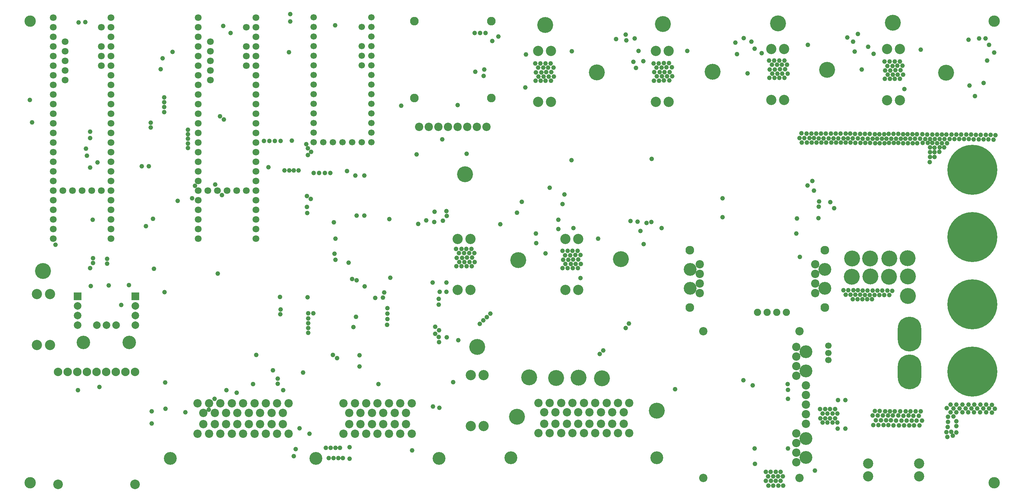
<source format=gbr>
%TF.GenerationSoftware,Novarm,DipTrace,3.3.1.1*%
%TF.CreationDate,2019-12-29T15:56:02+07:00*%
%FSLAX35Y35*%
%MOMM*%
%TF.FileFunction,Soldermask,Bot*%
%TF.Part,Single*%
%ADD22C,2.0*%
%ADD23C,3.0*%
%ADD45C,1.7*%
%ADD74C,3.4*%
%ADD75C,2.2*%
%ADD76C,2.3*%
%ADD77C,2.54*%
%ADD78C,3.556*%
%ADD79C,2.29*%
%ADD86C,2.24*%
%ADD89C,1.216*%
%ADD125C,1.7*%
%ADD130R,2.0X2.0*%
%ADD133C,1.9*%
%ADD134C,2.2*%
%ADD135C,1.8*%
%ADD136C,3.4*%
%ADD141C,0.8*%
%ADD143O,6.2X9.2*%
%ADD153C,2.7*%
%ADD156C,4.2*%
%ADD160C,13.2*%
G75*
G01*
%LPD*%
D89*
X24153703Y8879893D3*
X24157403Y9013430D3*
Y9138030D3*
X11397770Y7455843D3*
X10861013Y7340753D3*
X13384637Y7831907D3*
X13254657Y7538090D3*
X14350770Y7353350D3*
X14453697Y7767477D3*
X22255483Y12265937D3*
X22166450Y11797273D3*
X16328210Y11527537D3*
X16365077Y12145380D3*
X19441507Y12063637D3*
X19064473Y11728437D3*
X14741723Y7134233D3*
X15395203Y6852457D3*
X16252770Y7318577D3*
X16596690Y6708997D3*
X20932500Y11977917D3*
X22358563Y11326293D3*
X14706117Y11808020D3*
X16397803Y11365150D3*
X17754100Y11816880D3*
X19338103Y11221033D3*
X23913537Y11846623D3*
X25574217Y10968323D3*
X25667143Y11558853D3*
X25622180Y12149383D3*
X21875970Y5490407D3*
X22004050Y5487680D3*
X22132130D3*
X22255633Y5489533D3*
X22383713Y5486810D3*
X22511793D3*
X22640743Y5485940D3*
X22768823Y5483217D3*
X22896903D3*
X21931347Y5372353D3*
X22059427Y5369630D3*
X22187507D3*
X22311007Y5371483D3*
X22439087Y5368760D3*
X22567167D3*
X22696117Y5367887D3*
X22824197Y5365163D3*
X22952277D3*
X23032177Y5484197D3*
X23082100Y5363420D3*
X23159273Y5474280D3*
X25790237Y2260463D3*
X22117523Y5254307D3*
X22245603D3*
X22369103Y5256160D3*
X22497183Y5253437D3*
X22625263D3*
X25637537Y2264453D3*
X25481933Y2264093D3*
X22663110Y1927073D3*
X22793687D3*
X22931517Y1923447D3*
X23062093D3*
X23192670Y1919820D3*
X23334127D3*
X23475583Y1916193D3*
X23605800Y1920180D3*
X23736377Y1916553D3*
X23877833D3*
X25321977Y2264453D3*
X25169277Y2268443D3*
X25013673Y2268083D3*
X22731663Y2054383D3*
X22862240D3*
X23000070Y2050757D3*
X23130647D3*
X23261223Y2047130D3*
X23402680D3*
X23544137Y2043503D3*
X23674353Y2047490D3*
X23804930Y2043863D3*
X23946387D3*
X24853357Y2265180D3*
X24697753Y2264820D3*
X25873300Y2362387D3*
X22647877Y2185320D3*
X22778453D3*
X22916283Y2181693D3*
X23046860D3*
X23177437Y2178067D3*
X23318893D3*
X23460350Y2174440D3*
X23590567Y2178427D3*
X23721143Y2174800D3*
X23862600D3*
X25720600Y2366377D3*
X25564997Y2366017D3*
X25405040Y2366377D3*
X22701923Y2298123D3*
X22832500D3*
X22970330Y2294497D3*
X23100907D3*
X23231483Y2290870D3*
X23372940D3*
X23514397Y2287243D3*
X23644613Y2291230D3*
X23775190Y2287603D3*
X23916647D3*
X25252340Y2370367D3*
X25096737Y2370007D3*
X24936420Y2367100D3*
X24780817Y2366740D3*
X25793143Y2464307D3*
X25640443Y2468297D3*
X25484840Y2467937D3*
X25324883Y2468297D3*
X25172183Y2472287D3*
X25016580Y2471927D3*
X24856263Y2469020D3*
X24700660Y2468660D3*
X24773923Y2156003D3*
X24853360Y2033043D3*
X24602727Y2377980D3*
X24629560Y2148027D3*
Y2010197D3*
X24629200Y1874467D3*
X24850093Y1898480D3*
X24856207Y1732773D3*
X24719753Y1752230D3*
X24763650Y1644223D3*
X24619763Y1611250D3*
X24592787Y1740147D3*
X24158940Y9266953D3*
X20927287Y8257230D3*
X24274647Y9010163D3*
X24276810Y9136923D3*
X24278350Y9263060D3*
X24606987Y9379417D3*
X24401120Y9146780D3*
X24410350Y9267677D3*
X24471333Y9379417D3*
X24535863Y9267963D3*
X24347650Y9379417D3*
X24219973Y9383407D3*
X24096290D3*
X23964627D3*
X21091433Y8123430D3*
X21050170Y8380117D3*
X25890013Y9593690D3*
X25758350Y9597680D3*
X23823557Y9378670D3*
X23699873D3*
X23576187D3*
X23452503D3*
X23324827Y9382660D3*
X23201143D3*
X23077460D3*
X22957763Y9378670D3*
X22830090D3*
X22710393D3*
X22578730Y9382660D3*
X22451057D3*
X22319390Y9386650D3*
X22187727D3*
X22060053Y9390640D3*
X21936367D3*
X21804703D3*
X21677030D3*
X21549353D3*
X21413700D3*
X21290017D3*
X21162340Y9394630D3*
X21038657D3*
X20906993D3*
X20775327Y9398620D3*
X23757907Y9496187D3*
X23634223D3*
X23510537D3*
X23386853D3*
X23259177Y9500177D3*
X23135493D3*
X23011810D3*
X22892113Y9496187D3*
X22764440D3*
X22644743D3*
X22513080Y9500177D3*
X22385407D3*
X22253740Y9504167D3*
X22122077D3*
X21994403Y9508157D3*
X21870717D3*
X21739053D3*
X21611380D3*
X21483703D3*
X21348050D3*
X21224367D3*
X21096690Y9512147D3*
X20973007D3*
X20841343D3*
X20709677Y9516137D3*
X23815943Y9617693D3*
X23692260D3*
X23568573D3*
X23444890D3*
X23317213Y9621683D3*
X23193530D3*
X23069847D3*
X22950150Y9617693D3*
X22822477D3*
X22702780D3*
X22571117Y9621683D3*
X22443443D3*
X22311777Y9625673D3*
X22180113D3*
X22052440Y9629663D3*
X21928753D3*
X21797090D3*
X21669417D3*
X21541740D3*
X21406087D3*
X21282403D3*
X21154727Y9633653D3*
X21031043D3*
X20899380D3*
X20767713Y9637643D3*
X21229603Y7834090D3*
X20721103Y6376040D3*
X11033290Y2418677D3*
X11203473Y2388177D3*
X7778683Y1699210D3*
X7358773Y1109703D3*
X9595603Y3010503D3*
X4502947Y2264100D3*
X7410183Y1294110D3*
X25834640Y9474657D3*
X25702977Y9478647D3*
X25575303D3*
X25443637Y9482637D3*
X25311973D3*
X25184300Y9486627D3*
X25060613D3*
X24928950D3*
X24801277D3*
X24673600D3*
X24537947D3*
X24414263D3*
X24286587Y9490617D3*
X24162903D3*
X24031240D3*
X23899573Y9494607D3*
X25630677Y9597680D3*
X25499010Y9601670D3*
X25367347D3*
X25239673Y9605660D3*
X25115987D3*
X24984323D3*
X24856650D3*
X24728973D3*
X24593320D3*
X24469637D3*
X24341960Y9609650D3*
X24218277D3*
X24086613D3*
X23954947Y9613640D3*
X7509997Y1838603D3*
X10606347Y9081770D3*
X7266237Y12788060D3*
Y12594610D3*
X5500270Y12477847D3*
X5695980Y12289567D3*
X1680247Y12568853D3*
X1854277Y12574997D3*
X3614457Y2291997D3*
X3611490Y1965897D3*
X8832910Y1347157D3*
X8833797Y1038990D3*
X1876217Y9237453D3*
X1897783Y9044950D3*
X3949497Y5444617D3*
X13739920Y11484847D3*
X13876173D3*
X14006363Y11488437D3*
X14142617D3*
X13813130Y11372000D3*
X13949383D3*
X14079573Y11375590D3*
X14215827D3*
X13757517Y11251720D3*
X13893770D3*
X14023960Y11255310D3*
X14160213D3*
X13823293Y11138873D3*
X13959547D3*
X14089737Y11142463D3*
X14225990D3*
X13745383Y11026027D3*
X13881637D3*
X14011827Y11029617D3*
X14148080D3*
X16864050Y11489607D3*
X17000303D3*
X17130493Y11493197D3*
X17266747D3*
X16937260Y11376760D3*
X17073513D3*
X17203703Y11380350D3*
X17339957D3*
X16881647Y11256480D3*
X17017900D3*
X17148090Y11260070D3*
X17284343D3*
X16947423Y11143633D3*
X17083677D3*
X17213867Y11147223D3*
X17350120D3*
X16869513Y11030787D3*
X17005767D3*
X17135957Y11034377D3*
X17272210D3*
X19910357Y11560897D3*
X20046610D3*
X20176800Y11564487D3*
X20313053D3*
X19983567Y11448050D3*
X20119820D3*
X20250010Y11451640D3*
X20386263D3*
X19927953Y11327770D3*
X20064207D3*
X20194397Y11331360D3*
X20330650D3*
X19993730Y11214923D3*
X20129983D3*
X20260173Y11218513D3*
X20396427D3*
X19915820Y11102077D3*
X20052073D3*
X20182263Y11105667D3*
X20318517D3*
X22958170Y11535147D3*
X23094423D3*
X23224613Y11538737D3*
X23360867D3*
X23031380Y11422300D3*
X23167633D3*
X23297823Y11425890D3*
X23434077D3*
X22975767Y11302020D3*
X23112020D3*
X23242210Y11305610D3*
X23378463D3*
X23041543Y11189173D3*
X23177797D3*
X23307987Y11192763D3*
X23444240D3*
X22963633Y11076327D3*
X23099887D3*
X23230077Y11079917D3*
X23366330D3*
X11649277Y6583160D3*
X11785530D3*
X11915720Y6586750D3*
X12051973D3*
X11722487Y6470313D3*
X11858740D3*
X11988930Y6473903D3*
X12125183D3*
X11666873Y6350033D3*
X11803127D3*
X11933317Y6353623D3*
X12069570D3*
X11732650Y6237187D3*
X11868903D3*
X11999093Y6240777D3*
X12135347D3*
X11654740Y6124340D3*
X11790993D3*
X11921183Y6127930D3*
X12057437D3*
X14453470Y6530997D3*
X14589723D3*
X14719913Y6534587D3*
X14856167D3*
X14526680Y6418150D3*
X14662933D3*
X14793123Y6421740D3*
X14929377D3*
X14471067Y6297870D3*
X14607320D3*
X14737510Y6301460D3*
X14873763D3*
X14536843Y6185023D3*
X14673097D3*
X14803287Y6188613D3*
X14939540D3*
X14458933Y6072177D3*
X14595187D3*
X14725377Y6075767D3*
X14861630D3*
X6283850Y3011097D3*
X6810727Y3374307D3*
X450617Y9928957D3*
X396690Y10520340D3*
X6369197Y3778753D3*
X5584010Y2848143D3*
X5851070Y2780013D3*
X2231067Y2933283D3*
X1665607Y2849750D3*
X5121747Y2330853D3*
X5268613Y2622750D3*
X2004130Y5603017D3*
X1982530Y6080063D3*
X3977103Y2360767D3*
X3970033Y3053453D3*
X2809960Y5103930D3*
X8285750Y1058367D3*
X8409070D3*
X8536020D3*
X8659343D3*
X8210680Y1325410D3*
X8334000D3*
X8460950D3*
X8584273D3*
X7112760Y8662220D3*
X7240897Y8661117D3*
X7363800Y8657393D3*
X7486993Y8658907D3*
X1067327Y6695830D3*
X2056540Y7357760D3*
X7610073Y3316677D3*
X8768440Y8638557D3*
X7081540Y2852520D3*
X3667903Y6060693D3*
X3455370Y7184990D3*
X8504363Y3694933D3*
X8392690Y3778867D3*
X3848420Y11329880D3*
X6939917Y3022920D3*
X6937163Y3157073D3*
X3007207Y5629093D3*
X2476627Y5622200D3*
X9098577Y3480143D3*
X9097337Y3771277D3*
X7741013Y4365220D3*
Y4495567D3*
Y4622650D3*
Y4749523D3*
X11194467Y4119917D3*
X11706920Y4167580D3*
X2060607Y6336243D3*
Y6207350D3*
X3941947Y10586193D3*
Y10463307D3*
Y10331643D3*
Y10199980D3*
X2438167Y6322483D3*
Y6196587D3*
X7007517Y4859670D3*
X7010900Y4982567D3*
X7745673Y4878497D3*
X7879810Y4878133D3*
X11192793Y4251453D3*
X11396590Y4251340D3*
X3895940Y11621837D3*
X8940393Y4519297D3*
X11092027Y4340143D3*
X11566840Y3063523D3*
X4566927Y9736687D3*
Y9611280D3*
Y9492580D3*
X4566563Y9368563D3*
Y9247020D3*
X1988883Y9684463D3*
Y9512907D3*
X3584757Y9923843D3*
Y9792187D3*
X1986440Y8736090D3*
X2182057Y8867500D3*
X3348087Y8768583D3*
X3530937Y8765583D3*
X4294930Y7853943D3*
X3643717Y7381343D3*
X4158833Y11791343D3*
X8454167Y12491027D3*
X8984610Y8523233D3*
X9221683Y8520507D3*
X10200843Y10365157D3*
X11688597Y10382713D3*
X21214447Y7399907D3*
X20643373Y7384227D3*
X20625147Y6992943D3*
X10487407Y1254863D3*
X12272653Y4600077D3*
X12364977Y4692400D3*
X12460597Y4781427D3*
X12549623Y4870453D3*
X18678910Y7426290D3*
X18685740Y7923430D3*
X20409997Y1310363D3*
X19527847Y1312407D3*
X7885343Y8591553D3*
X8030170Y8586723D3*
X8179823D3*
X8324647D3*
X7730577Y9065850D3*
X7737930Y9239350D3*
X7687680Y9351720D3*
X7822350Y9149770D3*
X6571247Y9438640D3*
X6716073Y9433810D3*
X6865727D3*
X7010550D3*
X9827307Y4581420D3*
X9832137Y4726247D3*
Y4875900D3*
Y5020723D3*
X11389197Y5447553D3*
X11212070Y5448003D3*
X6689240Y8746523D3*
X9512757Y5291627D3*
X9717847Y5294717D3*
X15441733Y3803597D3*
X19536317Y903440D3*
X21121023Y725493D3*
X21718997Y1837973D3*
X21922037Y1836280D3*
X21922957Y2587527D3*
X21729180Y2589790D3*
X9000520Y4786233D3*
X11197947Y4432347D3*
X15534603Y3903603D3*
X20408097Y2625563D3*
X17424463Y2875083D3*
X20399560Y3013090D3*
X20408097Y2854817D3*
X5516443Y10008573D3*
X5467037Y8002780D3*
X7000280Y5315607D3*
X7724600Y5303923D3*
X11092320Y4525253D3*
X16122720Y4491620D3*
X19481203Y2975717D3*
X8903043Y5791597D3*
X11188507Y5113463D3*
X16209747Y4607420D3*
X19230743Y3116147D3*
X11922483Y9102307D3*
X8459257Y6854883D3*
X10650950Y7245910D3*
X11066113Y7294187D3*
X11297837Y7332807D3*
X13477430Y10847357D3*
X14115730Y8198477D3*
X11394390Y5694053D3*
X11023903Y5699023D3*
X8458323Y6295930D3*
X14927557Y5815227D3*
X9910880Y5819370D3*
X8433377Y6459663D3*
X14343953Y7112373D3*
X9748600Y5428727D3*
X9234013Y5596417D3*
X9021703Y5757763D3*
X4751413Y8251480D3*
X4681647Y7922517D3*
X14697147Y8927367D3*
X9880753Y7367410D3*
X8422843Y7285343D3*
X7814577Y7908093D3*
X7713200Y7530467D3*
X7705040Y7692240D3*
X7707763Y7978367D3*
X9018280Y7466000D3*
X9223943Y7467800D3*
X11079010Y7569387D3*
X11395360Y7585330D3*
X23478560Y10807577D3*
X5414937Y10091007D3*
X5283537Y8284023D3*
X5353820Y5931330D3*
X8807300Y6216590D3*
X11188790Y5260013D3*
X17068690Y7134720D3*
X16814430Y8963730D3*
X11281603Y9477550D3*
X7312190Y9444547D3*
X7234457Y11783450D3*
X12600863Y12076840D3*
X12764370Y12194987D3*
X13488693Y11722013D3*
X16121540Y12245843D3*
X12132643Y12293117D3*
X12282320Y12294340D3*
X12425950D3*
X12375093Y11152513D3*
X12152380Y11266533D3*
X12393043Y11323483D3*
X19956240Y450000D3*
X20087197D3*
X20215770D3*
X19825283D3*
X20015753Y571443D3*
X20146710D3*
X20275283D3*
X19884797D3*
X20020503Y328590D3*
X20151460D3*
X20280033D3*
X19889547D3*
X19955030Y689333D3*
X20085987D3*
X20214560D3*
X19824073D3*
X21391150Y2107170D3*
X21522107D3*
X21650680D3*
X21260193D3*
X21450663Y2228613D3*
X21581620D3*
X21710193D3*
X21319707D3*
X21389940Y2346503D3*
X21520897D3*
X21649470D3*
X21258983D3*
X21452927Y1992263D3*
X21583883D3*
X21712457D3*
X21321970D3*
X21528830Y7818947D3*
X21220250Y7702333D3*
X21627263Y7655283D3*
X16437587Y7300233D3*
X16673743Y7273463D3*
X16802110Y7295810D3*
X16517477Y7056573D3*
X13765363Y6740357D3*
X13751793Y6994330D3*
X12817890Y7231807D3*
X14011390Y6466410D3*
X14511273Y8022383D3*
X15874517Y12130170D3*
X16143547Y12095023D3*
X16464673Y11818973D3*
X16591360Y11543077D3*
X19525710Y11875483D3*
X19713230Y11761063D3*
X19018517Y12039917D3*
X19237393Y12154737D3*
X22526813Y11929617D3*
X22666413Y11739253D3*
X21971790Y12171347D3*
X22130520Y12059737D3*
X25202283Y10903203D3*
X25341930Y10618920D3*
X25713830Y11974197D3*
X25848963Y11774310D3*
X25177480Y12112807D3*
X25453177Y12143197D3*
D23*
X400000Y400000D3*
X25850000Y12600000D3*
X400000D3*
X25850000Y400000D3*
D75*
X4825017Y2499237D3*
X5125017D3*
X5425017D3*
X5725017D3*
X6025017D3*
X6325017D3*
X6625017D3*
X6925017D3*
X7225017D3*
X4975017Y2249237D3*
X5275017D3*
X5575017D3*
X5875017D3*
X6175017D3*
X6475017D3*
X6775017D3*
X7075017D3*
X4975017Y1949237D3*
X5275017D3*
X5575017D3*
X5875017D3*
X6175017D3*
X6475017D3*
X6775017D3*
X7075017D3*
X4825017Y1699237D3*
X5125017D3*
X5425017D3*
X5725017D3*
X6025017D3*
X6325017D3*
X6625017D3*
X6925017D3*
X7225017D3*
X8675017Y2499237D3*
X8975017D3*
X9275017D3*
X9575017D3*
X9875017D3*
X10175017D3*
X10475017D3*
X8825017Y2249237D3*
X9125017D3*
X9425017D3*
X9725017D3*
X10025017D3*
X10325017D3*
X8825017Y1949237D3*
X9125017D3*
X9425017D3*
X9725017D3*
X10025017D3*
X10325017D3*
X8675017Y1699237D3*
X8975017D3*
X9275017D3*
X9575017D3*
X9875017D3*
X10175017D3*
X10475017D3*
D74*
X4100017Y1049237D3*
X7950017D3*
X11200017D3*
D75*
X13821270Y2513323D3*
X14121270D3*
X14421270D3*
X14721270D3*
X15021270D3*
X15321270D3*
X15621270D3*
X15921270D3*
X16221270D3*
X13971270Y2263323D3*
X14271270D3*
X14571270D3*
X14871270D3*
X15171270D3*
X15471270D3*
X15771270D3*
X16071270D3*
X13971270Y1963323D3*
X14271270D3*
X14571270D3*
X14871270D3*
X15171270D3*
X15471270D3*
X15771270D3*
X16071270D3*
X13821270Y1713323D3*
X14121270D3*
X14421270D3*
X14721270D3*
X15021270D3*
X15321270D3*
X15621270D3*
X15921270D3*
X16221270D3*
D74*
X13096270Y1063323D3*
X16946270D3*
D160*
X25279037Y3339914D3*
Y5117911D3*
Y6895914D3*
Y8673914D3*
D156*
X13286900Y6286720D3*
X15994603Y6313273D3*
X15363127Y11251073D3*
X18416423Y11263513D3*
X24578780Y11242373D3*
X21439870Y11320277D3*
X743837Y6002403D3*
X12208810Y3989607D3*
X22091970Y5849220D3*
X20145400Y12547670D3*
X13998227Y12498893D3*
X17108213Y12530597D3*
X23176507Y12558677D3*
X11883523Y8554863D3*
X22098750Y6332267D3*
X22579810Y6333260D3*
X22586590Y5852200D3*
X23078407Y5850213D3*
X23085187Y6333260D3*
X23566247Y6334253D3*
X23573027Y5853193D3*
X23578077Y5341237D3*
X14883503Y3178827D3*
X15499047Y3160237D3*
X14290463Y3175483D3*
X16942120Y2310210D3*
X13250523Y2146567D3*
X13575057Y3186607D3*
D135*
X1008737Y12189420D3*
Y11935420D3*
Y11681420D3*
Y11427420D3*
Y11173420D3*
Y10919420D3*
Y10665420D3*
Y10411420D3*
Y10157420D3*
Y9903420D3*
Y9649420D3*
Y9395420D3*
X2532737D3*
Y9649420D3*
Y9903420D3*
Y10157420D3*
Y10411420D3*
Y10665420D3*
Y10919420D3*
Y11173420D3*
Y11427420D3*
Y11681420D3*
Y11935420D3*
X1008737Y12443420D3*
X2532737Y12189420D3*
Y12443420D3*
X1008737Y12697420D3*
X2532737D3*
X1008737Y9141420D3*
X2532737D3*
X1008737Y8887420D3*
Y8633420D3*
Y8379420D3*
Y8125420D3*
Y7871420D3*
Y7617420D3*
Y7363420D3*
Y7109420D3*
Y6855420D3*
X2532737D3*
Y7109420D3*
Y7363420D3*
Y7617420D3*
Y7871420D3*
Y8125420D3*
Y8379420D3*
Y8633420D3*
Y8887420D3*
X1262737Y8125420D3*
X1770737D3*
X2024737D3*
X1516737D3*
X2278737D3*
Y12443420D3*
Y11935420D3*
Y11681420D3*
Y11427420D3*
X1326237Y12062420D3*
Y11808420D3*
Y11554420D3*
Y11300420D3*
Y11046420D3*
D153*
X923770Y5391250D3*
X583770D3*
X923770Y4044250D3*
X583770D3*
X12032760Y1898270D3*
X12372760D3*
X12032760Y3245270D3*
X12372760D3*
X23868347Y573053D3*
Y913053D3*
X22521347Y573053D3*
Y913053D3*
D143*
X23615007Y4333410D3*
Y3333410D3*
D141*
X23742850Y4016893D3*
X23488850D3*
X23740697Y3017450D3*
X23488850Y4651893D3*
X23742850D3*
X23486697Y3017450D3*
X23806350Y4143893D3*
Y4270893D3*
Y4397893D3*
Y4524893D3*
X23425350Y4143893D3*
Y4270893D3*
Y4397893D3*
Y4524893D3*
X23486697Y3652450D3*
X23740697D3*
X23804197Y3144450D3*
Y3271450D3*
Y3398450D3*
Y3525450D3*
X23423197Y3144450D3*
Y3271450D3*
Y3398450D3*
Y3525450D3*
D45*
X21475007Y4024410D3*
Y3833410D3*
Y3642410D3*
D74*
X20883603Y1068167D3*
Y1568167D3*
Y3362167D3*
Y3862167D3*
D75*
X20629603Y941167D3*
Y1195167D3*
Y1449167D3*
Y1703167D3*
X20883603Y1957167D3*
Y2211167D3*
Y2465167D3*
Y2719167D3*
Y2973167D3*
X20629603Y3227167D3*
Y3481167D3*
Y3735167D3*
Y3989167D3*
X18177603Y4406167D3*
Y526167D3*
X20717603D3*
Y4406167D3*
D136*
X21378570Y5540260D3*
Y6040260D3*
D134*
X21124570Y5413260D3*
Y5667260D3*
Y5921260D3*
Y6175260D3*
D136*
X17822570Y5540260D3*
Y6040260D3*
D134*
X18076570Y5413260D3*
Y5667260D3*
Y5921260D3*
Y6175260D3*
D133*
X20362570Y4905260D3*
X20108570D3*
X19854570D3*
X19600570D3*
D76*
X21378570Y5032260D3*
X17818570D3*
X21378570Y6552260D3*
X17818570D3*
D86*
X3168133Y3332133D3*
X2914133D3*
X2660133D3*
X2406133D3*
X2152133D3*
X1898133D3*
X1644133D3*
X1390133D3*
X1136133D3*
D77*
X3168133Y363053D3*
X1136133D3*
D130*
X1651470Y5329507D3*
D22*
Y5075507D3*
Y4821507D3*
Y4567507D3*
X2159470D3*
X2413470D3*
X2667470D3*
X3175470D3*
Y4821507D3*
Y5075507D3*
D130*
Y5329507D3*
D78*
X1803363Y4107513D3*
X3017737D3*
D75*
X10670260Y9805740D3*
X10924260D3*
X11178260D3*
X11432260D3*
X11686260D3*
X11940260D3*
X12194260D3*
X12448260D3*
D79*
X12575260Y12599740D3*
X10543260D3*
Y10567740D3*
X12575260D3*
D125*
X9410417Y12702253D3*
Y12448253D3*
Y12194253D3*
Y11940253D3*
Y11686253D3*
Y11432253D3*
Y11178253D3*
Y10924253D3*
Y10670253D3*
Y10416253D3*
Y10162253D3*
Y9908253D3*
Y9654253D3*
X8140417Y9400253D3*
X9410417D3*
X9156417D3*
X8902417D3*
X8648417D3*
X8394417D3*
X7886417D3*
Y9654253D3*
Y9908253D3*
Y10162253D3*
Y10416253D3*
Y10670253D3*
Y10924253D3*
Y11178253D3*
Y11432253D3*
Y11686253D3*
Y11940253D3*
Y12194253D3*
Y12448253D3*
X9156417D3*
Y11940253D3*
Y11686253D3*
Y11432253D3*
X7886417Y12702253D3*
D153*
X11689560Y5500047D3*
X12029560D3*
X11689560Y6847047D3*
X12029560D3*
X14535340Y5496367D3*
X14875340D3*
X14535340Y6843367D3*
X14875340D3*
X13809810Y10469587D3*
X14149810D3*
X13809810Y11816587D3*
X14149810D3*
D135*
X4839567Y12190070D3*
Y11936070D3*
Y11682070D3*
Y11428070D3*
Y11174070D3*
Y10920070D3*
Y10666070D3*
Y10412070D3*
Y10158070D3*
Y9904070D3*
Y9650070D3*
Y9396070D3*
X6363567D3*
Y9650070D3*
Y9904070D3*
Y10158070D3*
Y10412070D3*
Y10666070D3*
Y10920070D3*
Y11174070D3*
Y11428070D3*
Y11682070D3*
Y11936070D3*
X4839567Y12444070D3*
X6363567Y12190070D3*
Y12444070D3*
X4839567Y12698070D3*
X6363567D3*
X4839567Y9142070D3*
X6363567D3*
X4839567Y8888070D3*
Y8634070D3*
Y8380070D3*
Y8126070D3*
Y7872070D3*
Y7618070D3*
Y7364070D3*
Y7110070D3*
Y6856070D3*
X6363567D3*
Y7110070D3*
Y7364070D3*
Y7618070D3*
Y7872070D3*
Y8126070D3*
Y8380070D3*
Y8634070D3*
Y8888070D3*
X5093567Y8126070D3*
X5601567D3*
X5855567D3*
X5347567D3*
X6109567D3*
Y12444070D3*
Y11936070D3*
Y11682070D3*
Y11428070D3*
X5157067Y12063070D3*
Y11809070D3*
Y11555070D3*
Y11301070D3*
Y11047070D3*
D153*
X16920627Y10468057D3*
X17260627D3*
X16920627Y11815057D3*
X17260627D3*
X23020837Y10515913D3*
X23360837D3*
X23020837Y11862913D3*
X23360837D3*
X19970133Y10519493D3*
X20310133D3*
X19970133Y11866493D3*
X20310133D3*
M02*

</source>
